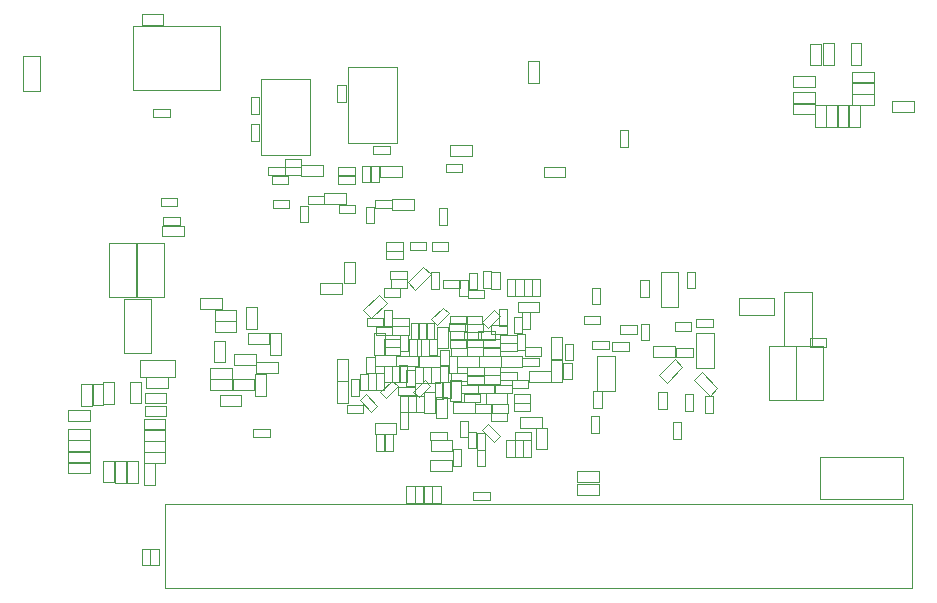
<source format=gbr>
%TF.GenerationSoftware,KiCad,Pcbnew,8.99.0-2767-g6be6680d8c*%
%TF.CreationDate,2024-10-27T19:28:18+01:00*%
%TF.ProjectId,SBC,5342432e-6b69-4636-9164-5f7063625858,rev?*%
%TF.SameCoordinates,Original*%
%TF.FileFunction,Other,User*%
%FSLAX46Y46*%
G04 Gerber Fmt 4.6, Leading zero omitted, Abs format (unit mm)*
G04 Created by KiCad (PCBNEW 8.99.0-2767-g6be6680d8c) date 2024-10-27 19:28:18*
%MOMM*%
%LPD*%
G01*
G04 APERTURE LIST*
%ADD10C,0.050000*%
G04 APERTURE END LIST*
D10*
%TO.C,C166*%
X93205481Y-113439200D02*
X93205481Y-115259200D01*
X93205481Y-115259200D02*
X94125481Y-115259200D01*
X94125481Y-113439200D02*
X93205481Y-113439200D01*
X94125481Y-115259200D02*
X94125481Y-113439200D01*
%TO.C,C138*%
X70915481Y-97045014D02*
X70915481Y-97745014D01*
X70915481Y-97745014D02*
X72315481Y-97745014D01*
X72315481Y-97045014D02*
X70915481Y-97045014D01*
X72315481Y-97745014D02*
X72315481Y-97045014D01*
%TO.C,C216*%
X96893495Y-112083020D02*
X96893495Y-112783020D01*
X96893495Y-112783020D02*
X98293495Y-112783020D01*
X98293495Y-112083020D02*
X96893495Y-112083020D01*
X98293495Y-112783020D02*
X98293495Y-112083020D01*
%TO.C,C296*%
X85959081Y-95145214D02*
X85959081Y-95845214D01*
X85959081Y-95845214D02*
X87359081Y-95845214D01*
X87359081Y-95145214D02*
X85959081Y-95145214D01*
X87359081Y-95845214D02*
X87359081Y-95145214D01*
%TO.C,R37*%
X85850000Y-110660400D02*
X85850000Y-112520400D01*
X85850000Y-112520400D02*
X86790000Y-112520400D01*
X86790000Y-110660400D02*
X85850000Y-110660400D01*
X86790000Y-112520400D02*
X86790000Y-110660400D01*
%TO.C,C5*%
X124483462Y-88097528D02*
X124483462Y-89017528D01*
X124483462Y-89017528D02*
X126303462Y-89017528D01*
X126303462Y-88097528D02*
X124483462Y-88097528D01*
X126303462Y-89017528D02*
X126303462Y-88097528D01*
%TO.C,C181*%
X109815481Y-91295014D02*
X109815481Y-92695014D01*
X109815481Y-92695014D02*
X110515481Y-92695014D01*
X110515481Y-91295014D02*
X109815481Y-91295014D01*
X110515481Y-92695014D02*
X110515481Y-91295014D01*
%TO.C,R63*%
X106190000Y-121260400D02*
X106190000Y-122200400D01*
X106190000Y-122200400D02*
X108050000Y-122200400D01*
X108050000Y-121260400D02*
X106190000Y-121260400D01*
X108050000Y-122200400D02*
X108050000Y-121260400D01*
%TO.C,C161*%
X97821881Y-108345014D02*
X97821881Y-109045014D01*
X97821881Y-109045014D02*
X99221881Y-109045014D01*
X99221881Y-108345014D02*
X97821881Y-108345014D01*
X99221881Y-109045014D02*
X99221881Y-108345014D01*
%TO.C,C241*%
X100965481Y-103923790D02*
X100965481Y-105323790D01*
X100965481Y-105323790D02*
X101665481Y-105323790D01*
X101665481Y-103923790D02*
X100965481Y-103923790D01*
X101665481Y-105323790D02*
X101665481Y-103923790D01*
%TO.C,R74*%
X78873881Y-111938814D02*
X78873881Y-113798814D01*
X78873881Y-113798814D02*
X79813881Y-113798814D01*
X79813881Y-111938814D02*
X78873881Y-111938814D01*
X79813881Y-113798814D02*
X79813881Y-111938814D01*
%TO.C,C284*%
X77015000Y-112365000D02*
X77015000Y-113285000D01*
X77015000Y-113285000D02*
X78835000Y-113285000D01*
X78835000Y-112365000D02*
X77015000Y-112365000D01*
X78835000Y-113285000D02*
X78835000Y-112365000D01*
%TO.C,C185*%
X98862281Y-115211214D02*
X98862281Y-115911214D01*
X98862281Y-115911214D02*
X100262281Y-115911214D01*
X100262281Y-115211214D02*
X98862281Y-115211214D01*
X100262281Y-115911214D02*
X100262281Y-115211214D01*
%TO.C,C10*%
X129183462Y-89197528D02*
X129183462Y-91017528D01*
X129183462Y-91017528D02*
X130103462Y-91017528D01*
X130103462Y-89197528D02*
X129183462Y-89197528D01*
X130103462Y-91017528D02*
X130103462Y-89197528D01*
%TO.C,C246*%
X91718000Y-111599200D02*
X91718000Y-112999200D01*
X91718000Y-112999200D02*
X92418000Y-112999200D01*
X92418000Y-111599200D02*
X91718000Y-111599200D01*
X92418000Y-112999200D02*
X92418000Y-111599200D01*
%TO.C,C198*%
X99571405Y-106474585D02*
X99571405Y-107874585D01*
X99571405Y-107874585D02*
X100271405Y-107874585D01*
X100271405Y-106474585D02*
X99571405Y-106474585D01*
X100271405Y-107874585D02*
X100271405Y-106474585D01*
%TO.C,J1*%
X71265481Y-122995014D02*
X71265481Y-130095014D01*
X71265481Y-130095014D02*
X134565481Y-130095014D01*
X134565481Y-122995014D02*
X71265481Y-122995014D01*
X134565481Y-130095014D02*
X134565481Y-122995014D01*
%TO.C,C208*%
X100817910Y-107118475D02*
X100817910Y-108518475D01*
X100817910Y-108518475D02*
X101517910Y-108518475D01*
X101517910Y-107118475D02*
X100817910Y-107118475D01*
X101517910Y-108518475D02*
X101517910Y-107118475D01*
%TO.C,C193*%
X89510019Y-113490501D02*
X90004994Y-113985476D01*
X90004994Y-113985476D02*
X90994943Y-112995527D01*
X90499968Y-112500552D02*
X89510019Y-113490501D01*
X90994943Y-112995527D02*
X90499968Y-112500552D01*
%TO.C,C222*%
X95459681Y-107026614D02*
X95459681Y-107726614D01*
X95459681Y-107726614D02*
X96859681Y-107726614D01*
X96859681Y-107026614D02*
X95459681Y-107026614D01*
X96859681Y-107726614D02*
X96859681Y-107026614D01*
%TO.C,R38*%
X86450000Y-102425400D02*
X86450000Y-104285400D01*
X86450000Y-104285400D02*
X87390000Y-104285400D01*
X87390000Y-102425400D02*
X86450000Y-102425400D01*
X87390000Y-104285400D02*
X87390000Y-102425400D01*
%TO.C,C331*%
X69510000Y-115720400D02*
X69510000Y-116640400D01*
X69510000Y-116640400D02*
X71330000Y-116640400D01*
X71330000Y-115720400D02*
X69510000Y-115720400D01*
X71330000Y-116640400D02*
X71330000Y-115720400D01*
%TO.C,C215*%
X92515481Y-113795014D02*
X92515481Y-115195014D01*
X92515481Y-115195014D02*
X93215481Y-115195014D01*
X93215481Y-113795014D02*
X92515481Y-113795014D01*
X93215481Y-115195014D02*
X93215481Y-113795014D01*
%TO.C,C211*%
X95475921Y-109763683D02*
X95475921Y-110463683D01*
X95475921Y-110463683D02*
X96875921Y-110463683D01*
X96875921Y-109763683D02*
X95475921Y-109763683D01*
X96875921Y-110463683D02*
X96875921Y-109763683D01*
%TO.C,C118*%
X90515481Y-107195014D02*
X90515481Y-107895014D01*
X90515481Y-107895014D02*
X91915481Y-107895014D01*
X91915481Y-107195014D02*
X90515481Y-107195014D01*
X91915481Y-107895014D02*
X91915481Y-107195014D01*
%TO.C,C125*%
X97665481Y-118345014D02*
X97665481Y-119745014D01*
X97665481Y-119745014D02*
X98365481Y-119745014D01*
X98365481Y-118345014D02*
X97665481Y-118345014D01*
X98365481Y-119745014D02*
X98365481Y-118345014D01*
%TO.C,C227*%
X91995481Y-100785014D02*
X91995481Y-101485014D01*
X91995481Y-101485014D02*
X93395481Y-101485014D01*
X93395481Y-100785014D02*
X91995481Y-100785014D01*
X93395481Y-101485014D02*
X93395481Y-100785014D01*
%TO.C,C276*%
X71150881Y-98650414D02*
X71150881Y-99350414D01*
X71150881Y-99350414D02*
X72550881Y-99350414D01*
X72550881Y-98650414D02*
X71150881Y-98650414D01*
X72550881Y-99350414D02*
X72550881Y-98650414D01*
%TO.C,C186*%
X99675430Y-108632430D02*
X99675430Y-109332430D01*
X99675430Y-109332430D02*
X101075430Y-109332430D01*
X101075430Y-108632430D02*
X99675430Y-108632430D01*
X101075430Y-109332430D02*
X101075430Y-108632430D01*
%TO.C,R97*%
X68077981Y-119275414D02*
X68077981Y-121135414D01*
X68077981Y-121135414D02*
X69017981Y-121135414D01*
X69017981Y-119275414D02*
X68077981Y-119275414D01*
X69017981Y-121135414D02*
X69017981Y-119275414D01*
%TO.C,C255*%
X105130400Y-109386800D02*
X105130400Y-110786800D01*
X105130400Y-110786800D02*
X105830400Y-110786800D01*
X105830400Y-109386800D02*
X105130400Y-109386800D01*
X105830400Y-110786800D02*
X105830400Y-109386800D01*
%TO.C,R72*%
X132868462Y-88855028D02*
X132868462Y-89795028D01*
X132868462Y-89795028D02*
X134728462Y-89795028D01*
X134728462Y-88855028D02*
X132868462Y-88855028D01*
X134728462Y-89795028D02*
X134728462Y-88855028D01*
%TO.C,C213*%
X84455481Y-104235014D02*
X84455481Y-105155014D01*
X84455481Y-105155014D02*
X86275481Y-105155014D01*
X86275481Y-104235014D02*
X84455481Y-104235014D01*
X86275481Y-105155014D02*
X86275481Y-104235014D01*
%TO.C,C12*%
X129333462Y-83960028D02*
X129333462Y-85780028D01*
X129333462Y-85780028D02*
X130253462Y-85780028D01*
X130253462Y-83960028D02*
X129333462Y-83960028D01*
X130253462Y-85780028D02*
X130253462Y-83960028D01*
%TO.C,C113*%
X89795481Y-104695014D02*
X89795481Y-105395014D01*
X89795481Y-105395014D02*
X91195481Y-105395014D01*
X91195481Y-104695014D02*
X89795481Y-104695014D01*
X91195481Y-105395014D02*
X91195481Y-104695014D01*
%TO.C,C29*%
X119885481Y-105515014D02*
X119885481Y-106975014D01*
X119885481Y-106975014D02*
X122845481Y-106975014D01*
X122845481Y-105515014D02*
X119885481Y-105515014D01*
X122845481Y-106975014D02*
X122845481Y-105515014D01*
%TO.C,C183*%
X94165481Y-112645014D02*
X94165481Y-114045014D01*
X94165481Y-114045014D02*
X94865481Y-114045014D01*
X94865481Y-112645014D02*
X94165481Y-112645014D01*
X94865481Y-114045014D02*
X94865481Y-112645014D01*
%TO.C,C89*%
X90023081Y-101546014D02*
X90023081Y-102246014D01*
X90023081Y-102246014D02*
X91423081Y-102246014D01*
X91423081Y-101546014D02*
X90023081Y-101546014D01*
X91423081Y-102246014D02*
X91423081Y-101546014D01*
%TO.C,C209*%
X100905425Y-116862665D02*
X100905425Y-117562665D01*
X100905425Y-117562665D02*
X102305425Y-117562665D01*
X102305425Y-116862665D02*
X100905425Y-116862665D01*
X102305425Y-117562665D02*
X102305425Y-116862665D01*
%TO.C,C334*%
X63085000Y-114995400D02*
X63085000Y-115915400D01*
X63085000Y-115915400D02*
X64905000Y-115915400D01*
X64905000Y-114995400D02*
X63085000Y-114995400D01*
X64905000Y-115915400D02*
X64905000Y-114995400D01*
%TO.C,C178*%
X100806365Y-113676235D02*
X100806365Y-114376235D01*
X100806365Y-114376235D02*
X102206365Y-114376235D01*
X102206365Y-113676235D02*
X100806365Y-113676235D01*
X102206365Y-114376235D02*
X102206365Y-113676235D01*
%TO.C,C256*%
X107907513Y-110446881D02*
X107907513Y-113406881D01*
X107907513Y-113406881D02*
X109367513Y-113406881D01*
X109367513Y-110446881D02*
X107907513Y-110446881D01*
X109367513Y-113406881D02*
X109367513Y-110446881D01*
%TO.C,C123*%
X89115481Y-107945014D02*
X89115481Y-108645014D01*
X89115481Y-108645014D02*
X90515481Y-108645014D01*
X90515481Y-107945014D02*
X89115481Y-107945014D01*
X90515481Y-108645014D02*
X90515481Y-107945014D01*
%TO.C,C250*%
X100265481Y-103923790D02*
X100265481Y-105323790D01*
X100265481Y-105323790D02*
X100965481Y-105323790D01*
X100965481Y-103923790D02*
X100265481Y-103923790D01*
X100965481Y-105323790D02*
X100965481Y-103923790D01*
%TO.C,C202*%
X93841800Y-111342632D02*
X93841800Y-112742632D01*
X93841800Y-112742632D02*
X94541800Y-112742632D01*
X94541800Y-111342632D02*
X93841800Y-111342632D01*
X94541800Y-112742632D02*
X94541800Y-111342632D01*
%TO.C,C267*%
X111533000Y-104004200D02*
X111533000Y-105404200D01*
X111533000Y-105404200D02*
X112233000Y-105404200D01*
X112233000Y-104004200D02*
X111533000Y-104004200D01*
X112233000Y-105404200D02*
X112233000Y-104004200D01*
%TO.C,C90*%
X90023081Y-100809414D02*
X90023081Y-101509414D01*
X90023081Y-101509414D02*
X91423081Y-101509414D01*
X91423081Y-100809414D02*
X90023081Y-100809414D01*
X91423081Y-101509414D02*
X91423081Y-100809414D01*
%TO.C,C265*%
X114270000Y-116030400D02*
X114270000Y-117430400D01*
X114270000Y-117430400D02*
X114970000Y-117430400D01*
X114970000Y-116030400D02*
X114270000Y-116030400D01*
X114970000Y-117430400D02*
X114970000Y-116030400D01*
%TO.C,C234*%
X94553000Y-111225014D02*
X94553000Y-112625014D01*
X94553000Y-112625014D02*
X95253000Y-112625014D01*
X95253000Y-111225014D02*
X94553000Y-111225014D01*
X95253000Y-112625014D02*
X95253000Y-111225014D01*
%TO.C,C190*%
X95665481Y-118320014D02*
X95665481Y-119720014D01*
X95665481Y-119720014D02*
X96365481Y-119720014D01*
X96365481Y-118320014D02*
X95665481Y-118320014D01*
X96365481Y-119720014D02*
X96365481Y-118320014D01*
%TO.C,C162*%
X90515481Y-111245014D02*
X90515481Y-112645014D01*
X90515481Y-112645014D02*
X91215481Y-112645014D01*
X91215481Y-111245014D02*
X90515481Y-111245014D01*
X91215481Y-112645014D02*
X91215481Y-111245014D01*
%TO.C,R70*%
X103994400Y-110731600D02*
X103994400Y-112591600D01*
X103994400Y-112591600D02*
X104934400Y-112591600D01*
X104934400Y-110731600D02*
X103994400Y-110731600D01*
X104934400Y-112591600D02*
X104934400Y-110731600D01*
%TO.C,R75*%
X77169281Y-110265214D02*
X77169281Y-111205214D01*
X77169281Y-111205214D02*
X79029281Y-111205214D01*
X79029281Y-110265214D02*
X77169281Y-110265214D01*
X79029281Y-111205214D02*
X79029281Y-110265214D01*
%TO.C,C220*%
X95469301Y-111843369D02*
X95469301Y-112543369D01*
X95469301Y-112543369D02*
X96869301Y-112543369D01*
X96869301Y-111843369D02*
X95469301Y-111843369D01*
X96869301Y-112543369D02*
X96869301Y-111843369D01*
%TO.C,C72*%
X97377481Y-121918014D02*
X97377481Y-122618014D01*
X97377481Y-122618014D02*
X98777481Y-122618014D01*
X98777481Y-121918014D02*
X97377481Y-121918014D01*
X98777481Y-122618014D02*
X98777481Y-121918014D01*
%TO.C,C203*%
X94352400Y-107937600D02*
X94352400Y-109757600D01*
X94352400Y-109757600D02*
X95272400Y-109757600D01*
X95272400Y-107937600D02*
X94352400Y-107937600D01*
X95272400Y-109757600D02*
X95272400Y-107937600D01*
%TO.C,C159*%
X101157705Y-105814790D02*
X101157705Y-106734790D01*
X101157705Y-106734790D02*
X102977705Y-106734790D01*
X102977705Y-105814790D02*
X101157705Y-105814790D01*
X102977705Y-106734790D02*
X102977705Y-105814790D01*
%TO.C,R100*%
X70053081Y-126723014D02*
X70053081Y-128123014D01*
X70053081Y-128123014D02*
X70753081Y-128123014D01*
X70753081Y-126723014D02*
X70053081Y-126723014D01*
X70753081Y-128123014D02*
X70753081Y-126723014D01*
%TO.C,C197*%
X98935481Y-114515014D02*
X98935481Y-115215014D01*
X98935481Y-115215014D02*
X100335481Y-115215014D01*
X100335481Y-114515014D02*
X98935481Y-114515014D01*
X100335481Y-115215014D02*
X100335481Y-114515014D01*
%TO.C,C117*%
X87765481Y-111920014D02*
X87765481Y-113320014D01*
X87765481Y-113320014D02*
X88465481Y-113320014D01*
X88465481Y-111920014D02*
X87765481Y-111920014D01*
X88465481Y-113320014D02*
X88465481Y-111920014D01*
%TO.C,C235*%
X89800000Y-108950000D02*
X89800000Y-109650000D01*
X89800000Y-109650000D02*
X91200000Y-109650000D01*
X91200000Y-108950000D02*
X89800000Y-108950000D01*
X91200000Y-109650000D02*
X91200000Y-108950000D01*
%TO.C,C135*%
X95320481Y-107620014D02*
X95320481Y-108320014D01*
X95320481Y-108320014D02*
X96720481Y-108320014D01*
X96720481Y-107620014D02*
X95320481Y-107620014D01*
X96720481Y-108320014D02*
X96720481Y-107620014D01*
%TO.C,C281*%
X78290000Y-108470400D02*
X78290000Y-109390400D01*
X78290000Y-109390400D02*
X80110000Y-109390400D01*
X80110000Y-108470400D02*
X78290000Y-108470400D01*
X80110000Y-109390400D02*
X80110000Y-108470400D01*
%TO.C,C189*%
X101665481Y-103932045D02*
X101665481Y-105332045D01*
X101665481Y-105332045D02*
X102365481Y-105332045D01*
X102365481Y-103932045D02*
X101665481Y-103932045D01*
X102365481Y-105332045D02*
X102365481Y-103932045D01*
%TO.C,C206*%
X98874695Y-107839414D02*
X98874695Y-108539414D01*
X98874695Y-108539414D02*
X100274695Y-108539414D01*
X100274695Y-107839414D02*
X98874695Y-107839414D01*
X100274695Y-108539414D02*
X100274695Y-107839414D01*
%TO.C,C175*%
X96843965Y-109697325D02*
X96843965Y-110397325D01*
X96843965Y-110397325D02*
X98243965Y-110397325D01*
X98243965Y-109697325D02*
X96843965Y-109697325D01*
X98243965Y-110397325D02*
X98243965Y-109697325D01*
%TO.C,R71*%
X103994400Y-108852000D02*
X103994400Y-110712000D01*
X103994400Y-110712000D02*
X104934400Y-110712000D01*
X104934400Y-108852000D02*
X103994400Y-108852000D01*
X104934400Y-110712000D02*
X104934400Y-108852000D01*
%TO.C,C285*%
X75460000Y-109120400D02*
X75460000Y-110940400D01*
X75460000Y-110940400D02*
X76380000Y-110940400D01*
X76380000Y-109120400D02*
X75460000Y-109120400D01*
X76380000Y-110940400D02*
X76380000Y-109120400D01*
%TO.C,R99*%
X69341881Y-126723014D02*
X69341881Y-128123014D01*
X69341881Y-128123014D02*
X70041881Y-128123014D01*
X70041881Y-126723014D02*
X69341881Y-126723014D01*
X70041881Y-128123014D02*
X70041881Y-126723014D01*
%TO.C,C128*%
X93765481Y-116845014D02*
X93765481Y-117545014D01*
X93765481Y-117545014D02*
X95165481Y-117545014D01*
X95165481Y-116845014D02*
X93765481Y-116845014D01*
X95165481Y-117545014D02*
X95165481Y-116845014D01*
%TO.C,C299*%
X88696681Y-94302414D02*
X88696681Y-95702414D01*
X88696681Y-95702414D02*
X89396681Y-95702414D01*
X89396681Y-94302414D02*
X88696681Y-94302414D01*
X89396681Y-95702414D02*
X89396681Y-94302414D01*
%TO.C,C237*%
X91018000Y-113024200D02*
X91018000Y-113724200D01*
X91018000Y-113724200D02*
X92418000Y-113724200D01*
X92418000Y-113024200D02*
X91018000Y-113024200D01*
X92418000Y-113724200D02*
X92418000Y-113024200D01*
%TO.C,C177*%
X100900460Y-117577560D02*
X100900460Y-118977560D01*
X100900460Y-118977560D02*
X101600460Y-118977560D01*
X101600460Y-117577560D02*
X100900460Y-117577560D01*
X101600460Y-118977560D02*
X101600460Y-117577560D01*
%TO.C,C248*%
X99675430Y-109334105D02*
X99675430Y-110034105D01*
X99675430Y-110034105D02*
X101075430Y-110034105D01*
X101075430Y-109334105D02*
X99675430Y-109334105D01*
X101075430Y-110034105D02*
X101075430Y-109334105D01*
%TO.C,C7*%
X126333462Y-89197528D02*
X126333462Y-91017528D01*
X126333462Y-91017528D02*
X127253462Y-91017528D01*
X127253462Y-89197528D02*
X126333462Y-89197528D01*
X127253462Y-91017528D02*
X127253462Y-89197528D01*
%TO.C,Y4*%
X79377481Y-87012014D02*
X83577481Y-87012014D01*
X79377481Y-93412014D02*
X79377481Y-87012014D01*
X83577481Y-87012014D02*
X83577481Y-93412014D01*
X83577481Y-93412014D02*
X79377481Y-93412014D01*
%TO.C,C304*%
X80421881Y-97177214D02*
X80421881Y-97877214D01*
X80421881Y-97877214D02*
X81821881Y-97877214D01*
X81821881Y-97177214D02*
X80421881Y-97177214D01*
X81821881Y-97877214D02*
X81821881Y-97177214D01*
%TO.C,C134*%
X95405481Y-112435014D02*
X95405481Y-114255014D01*
X95405481Y-114255014D02*
X96325481Y-114255014D01*
X96325481Y-112435014D02*
X95405481Y-112435014D01*
X96325481Y-114255014D02*
X96325481Y-112435014D01*
%TO.C,C233*%
X92419400Y-111344400D02*
X92419400Y-112744400D01*
X92419400Y-112744400D02*
X93119400Y-112744400D01*
X93119400Y-111344400D02*
X92419400Y-111344400D01*
X93119400Y-112744400D02*
X93119400Y-111344400D01*
%TO.C,C6*%
X124483462Y-89047528D02*
X124483462Y-89967528D01*
X124483462Y-89967528D02*
X126303462Y-89967528D01*
X126303462Y-89047528D02*
X124483462Y-89047528D01*
X126303462Y-89967528D02*
X126303462Y-89047528D01*
%TO.C,C151*%
X89815481Y-111245014D02*
X89815481Y-112645014D01*
X89815481Y-112645014D02*
X90515481Y-112645014D01*
X90515481Y-111245014D02*
X89815481Y-111245014D01*
X90515481Y-112645014D02*
X90515481Y-111245014D01*
%TO.C,Y3*%
X86743481Y-85996014D02*
X90943481Y-85996014D01*
X86743481Y-92396014D02*
X86743481Y-85996014D01*
X90943481Y-85996014D02*
X90943481Y-92396014D01*
X90943481Y-92396014D02*
X86743481Y-92396014D01*
%TO.C,C275*%
X71067481Y-99378614D02*
X71067481Y-100298614D01*
X71067481Y-100298614D02*
X72887481Y-100298614D01*
X72887481Y-99378614D02*
X71067481Y-99378614D01*
X72887481Y-100298614D02*
X72887481Y-99378614D01*
%TO.C,C201*%
X94465481Y-97895014D02*
X94465481Y-99295014D01*
X94465481Y-99295014D02*
X95165481Y-99295014D01*
X95165481Y-97895014D02*
X94465481Y-97895014D01*
X95165481Y-99295014D02*
X95165481Y-97895014D01*
%TO.C,U18*%
X68552481Y-82473014D02*
X75952481Y-82473014D01*
X68552481Y-87873014D02*
X68552481Y-82473014D01*
X75952481Y-82473014D02*
X75952481Y-87873014D01*
X75952481Y-87873014D02*
X68552481Y-87873014D01*
%TO.C,C306*%
X82702281Y-97706014D02*
X82702281Y-99106014D01*
X82702281Y-99106014D02*
X83402281Y-99106014D01*
X83402281Y-97706014D02*
X82702281Y-97706014D01*
X83402281Y-99106014D02*
X83402281Y-97706014D01*
%TO.C,C214*%
X91185800Y-108624800D02*
X91185800Y-110024800D01*
X91185800Y-110024800D02*
X91885800Y-110024800D01*
X91885800Y-108624800D02*
X91185800Y-108624800D01*
X91885800Y-110024800D02*
X91885800Y-108624800D01*
%TO.C,C283*%
X79020000Y-110965000D02*
X79020000Y-111885000D01*
X79020000Y-111885000D02*
X80840000Y-111885000D01*
X80840000Y-110965000D02*
X79020000Y-110965000D01*
X80840000Y-111885000D02*
X80840000Y-110965000D01*
%TO.C,C2*%
X127033462Y-83960028D02*
X127033462Y-85780028D01*
X127033462Y-85780028D02*
X127953462Y-85780028D01*
X127953462Y-83960028D02*
X127033462Y-83960028D01*
X127953462Y-85780028D02*
X127953462Y-83960028D01*
%TO.C,C324*%
X69560000Y-113520400D02*
X69560000Y-114440400D01*
X69560000Y-114440400D02*
X71380000Y-114440400D01*
X71380000Y-113520400D02*
X69560000Y-113520400D01*
X71380000Y-114440400D02*
X71380000Y-113520400D01*
%TO.C,C42*%
X124743462Y-109570028D02*
X124743462Y-114170028D01*
X124743462Y-114170028D02*
X127043462Y-114170028D01*
X127043462Y-109570028D02*
X124743462Y-109570028D01*
X127043462Y-114170028D02*
X127043462Y-109570028D01*
%TO.C,C187*%
X96754000Y-107019000D02*
X96754000Y-107719000D01*
X96754000Y-107719000D02*
X98154000Y-107719000D01*
X98154000Y-107019000D02*
X96754000Y-107019000D01*
X98154000Y-107719000D02*
X98154000Y-107019000D01*
%TO.C,C303*%
X83368281Y-96872414D02*
X83368281Y-97572414D01*
X83368281Y-97572414D02*
X84768281Y-97572414D01*
X84768281Y-96872414D02*
X83368281Y-96872414D01*
X84768281Y-97572414D02*
X84768281Y-96872414D01*
%TO.C,C140*%
X91165481Y-115195014D02*
X91165481Y-116595014D01*
X91165481Y-116595014D02*
X91865481Y-116595014D01*
X91865481Y-115195014D02*
X91165481Y-115195014D01*
X91865481Y-116595014D02*
X91865481Y-115195014D01*
%TO.C,C321*%
X69710000Y-112232900D02*
X69710000Y-113152900D01*
X69710000Y-113152900D02*
X71530000Y-113152900D01*
X71530000Y-112232900D02*
X69710000Y-112232900D01*
X71530000Y-113152900D02*
X71530000Y-112232900D01*
%TO.C,C115*%
X87020281Y-112397414D02*
X87020281Y-113797414D01*
X87020281Y-113797414D02*
X87720281Y-113797414D01*
X87720281Y-112397414D02*
X87020281Y-112397414D01*
X87720281Y-113797414D02*
X87720281Y-112397414D01*
%TO.C,C13*%
X129483462Y-88247528D02*
X129483462Y-89167528D01*
X129483462Y-89167528D02*
X131303462Y-89167528D01*
X131303462Y-88247528D02*
X129483462Y-88247528D01*
X131303462Y-89167528D02*
X131303462Y-88247528D01*
%TO.C,C300*%
X88290281Y-97792414D02*
X88290281Y-99192414D01*
X88290281Y-99192414D02*
X88990281Y-99192414D01*
X88990281Y-97792414D02*
X88290281Y-97792414D01*
X88990281Y-99192414D02*
X88990281Y-97792414D01*
%TO.C,C308*%
X81437881Y-93722814D02*
X81437881Y-94422814D01*
X81437881Y-94422814D02*
X82837881Y-94422814D01*
X82837881Y-93722814D02*
X81437881Y-93722814D01*
X82837881Y-94422814D02*
X82837881Y-93722814D01*
%TO.C,C263*%
X107320000Y-115505400D02*
X107320000Y-116905400D01*
X107320000Y-116905400D02*
X108020000Y-116905400D01*
X108020000Y-115505400D02*
X107320000Y-115505400D01*
X108020000Y-116905400D02*
X108020000Y-115505400D01*
%TO.C,C305*%
X85959081Y-94434014D02*
X85959081Y-95134014D01*
X85959081Y-95134014D02*
X87359081Y-95134014D01*
X87359081Y-94434014D02*
X85959081Y-94434014D01*
X87359081Y-95134014D02*
X87359081Y-94434014D01*
%TO.C,C94*%
X93929081Y-121439814D02*
X93929081Y-122839814D01*
X93929081Y-122839814D02*
X94629081Y-122839814D01*
X94629081Y-121439814D02*
X93929081Y-121439814D01*
X94629081Y-122839814D02*
X94629081Y-121439814D01*
%TO.C,C298*%
X80015481Y-94434014D02*
X80015481Y-95134014D01*
X80015481Y-95134014D02*
X81415481Y-95134014D01*
X81415481Y-94434014D02*
X80015481Y-94434014D01*
X81415481Y-95134014D02*
X81415481Y-94434014D01*
%TO.C,FB6*%
X82833481Y-94263214D02*
X82833481Y-95203214D01*
X82833481Y-95203214D02*
X84693481Y-95203214D01*
X84693481Y-94263214D02*
X82833481Y-94263214D01*
X84693481Y-95203214D02*
X84693481Y-94263214D01*
%TO.C,C330*%
X63085000Y-118520400D02*
X63085000Y-119440400D01*
X63085000Y-119440400D02*
X64905000Y-119440400D01*
X64905000Y-118520400D02*
X63085000Y-118520400D01*
X64905000Y-119440400D02*
X64905000Y-118520400D01*
%TO.C,C191*%
X90883683Y-110387139D02*
X90883683Y-111307139D01*
X90883683Y-111307139D02*
X92703683Y-111307139D01*
X92703683Y-110387139D02*
X90883683Y-110387139D01*
X92703683Y-111307139D02*
X92703683Y-110387139D01*
%TO.C,C116*%
X89165481Y-111895014D02*
X89165481Y-113295014D01*
X89165481Y-113295014D02*
X89865481Y-113295014D01*
X89865481Y-111895014D02*
X89165481Y-111895014D01*
X89865481Y-113295014D02*
X89865481Y-111895014D01*
%TO.C,C196*%
X92273019Y-113442501D02*
X92767994Y-113937476D01*
X92767994Y-113937476D02*
X93757943Y-112947527D01*
X93262968Y-112452552D02*
X92273019Y-113442501D01*
X93757943Y-112947527D02*
X93262968Y-112452552D01*
%TO.C,C171*%
X91837145Y-104144612D02*
X92487683Y-104795150D01*
X92487683Y-104795150D02*
X93774617Y-103508216D01*
X93124079Y-102857678D02*
X91837145Y-104144612D01*
X93774617Y-103508216D02*
X93124079Y-102857678D01*
%TO.C,C336*%
X69560000Y-114620400D02*
X69560000Y-115540400D01*
X69560000Y-115540400D02*
X71380000Y-115540400D01*
X71380000Y-114620400D02*
X69560000Y-114620400D01*
X71380000Y-115540400D02*
X71380000Y-114620400D01*
%TO.C,C139*%
X93823019Y-107317501D02*
X94317994Y-107812476D01*
X94317994Y-107812476D02*
X95307943Y-106822527D01*
X94812968Y-106327552D02*
X93823019Y-107317501D01*
X95307943Y-106822527D02*
X94812968Y-106327552D01*
%TO.C,C180*%
X95334181Y-110460157D02*
X95334181Y-111860157D01*
X95334181Y-111860157D02*
X96034181Y-111860157D01*
X96034181Y-110460157D02*
X95334181Y-110460157D01*
X96034181Y-111860157D02*
X96034181Y-110460157D01*
%TO.C,C253*%
X113065481Y-113495014D02*
X113065481Y-114895014D01*
X113065481Y-114895014D02*
X113765481Y-114895014D01*
X113765481Y-113495014D02*
X113065481Y-113495014D01*
X113765481Y-114895014D02*
X113765481Y-113495014D01*
%TO.C,C172*%
X94765481Y-112595014D02*
X94765481Y-113995014D01*
X94765481Y-113995014D02*
X95465481Y-113995014D01*
X95465481Y-112595014D02*
X94765481Y-112595014D01*
X95465481Y-113995014D02*
X95465481Y-112595014D01*
%TO.C,C217*%
X98272080Y-111348325D02*
X98272080Y-112048325D01*
X98272080Y-112048325D02*
X99672080Y-112048325D01*
X99672080Y-111348325D02*
X98272080Y-111348325D01*
X99672080Y-112048325D02*
X99672080Y-111348325D01*
%TO.C,D1*%
X126746481Y-119012414D02*
X126746481Y-122512414D01*
X126746481Y-122512414D02*
X133746481Y-122512414D01*
X133746481Y-119012414D02*
X126746481Y-119012414D01*
X133746481Y-122512414D02*
X133746481Y-119012414D01*
%TO.C,C155*%
X102055481Y-85485014D02*
X102055481Y-87305014D01*
X102055481Y-87305014D02*
X102975481Y-87305014D01*
X102975481Y-85485014D02*
X102055481Y-85485014D01*
X102975481Y-87305014D02*
X102975481Y-85485014D01*
%TO.C,C254*%
X105028800Y-111012400D02*
X105028800Y-112412400D01*
X105028800Y-112412400D02*
X105728800Y-112412400D01*
X105728800Y-111012400D02*
X105028800Y-111012400D01*
X105728800Y-112412400D02*
X105728800Y-111012400D01*
%TO.C,C333*%
X66060000Y-119275414D02*
X66060000Y-121095414D01*
X66060000Y-121095414D02*
X66980000Y-121095414D01*
X66980000Y-119275414D02*
X66060000Y-119275414D01*
X66980000Y-121095414D02*
X66980000Y-119275414D01*
%TO.C,C329*%
X65160000Y-112782900D02*
X65160000Y-114602900D01*
X65160000Y-114602900D02*
X66080000Y-114602900D01*
X66080000Y-112782900D02*
X65160000Y-112782900D01*
X66080000Y-114602900D02*
X66080000Y-112782900D01*
%TO.C,C68*%
X67779881Y-105565014D02*
X67779881Y-110165014D01*
X67779881Y-110165014D02*
X70079881Y-110165014D01*
X70079881Y-105565014D02*
X67779881Y-105565014D01*
X70079881Y-110165014D02*
X70079881Y-105565014D01*
%TO.C,FB2*%
X96628081Y-108372814D02*
X96628081Y-109072814D01*
X96628081Y-109072814D02*
X98028081Y-109072814D01*
X98028081Y-108372814D02*
X96628081Y-108372814D01*
X98028081Y-109072814D02*
X98028081Y-108372814D01*
%TO.C,C238*%
X98255570Y-109713835D02*
X98255570Y-110413835D01*
X98255570Y-110413835D02*
X99655570Y-110413835D01*
X99655570Y-109713835D02*
X98255570Y-109713835D01*
X99655570Y-110413835D02*
X99655570Y-109713835D01*
%TO.C,C93*%
X93217881Y-121439814D02*
X93217881Y-122839814D01*
X93217881Y-122839814D02*
X93917881Y-122839814D01*
X93917881Y-121439814D02*
X93217881Y-121439814D01*
X93917881Y-122839814D02*
X93917881Y-121439814D01*
%TO.C,C156*%
X97896980Y-110421080D02*
X97896980Y-111341080D01*
X97896980Y-111341080D02*
X99716980Y-111341080D01*
X99716980Y-110421080D02*
X97896980Y-110421080D01*
X99716980Y-111341080D02*
X99716980Y-110421080D01*
%TO.C,R57*%
X96215000Y-103951200D02*
X96215000Y-105351200D01*
X96215000Y-105351200D02*
X96915000Y-105351200D01*
X96915000Y-103951200D02*
X96215000Y-103951200D01*
X96915000Y-105351200D02*
X96915000Y-103951200D01*
%TO.C,C219*%
X102365481Y-103932045D02*
X102365481Y-105332045D01*
X102365481Y-105332045D02*
X103065481Y-105332045D01*
X103065481Y-103932045D02*
X102365481Y-103932045D01*
X103065481Y-105332045D02*
X103065481Y-103932045D01*
%TO.C,C280*%
X75140000Y-111415000D02*
X75140000Y-112335000D01*
X75140000Y-112335000D02*
X76960000Y-112335000D01*
X76960000Y-111415000D02*
X75140000Y-111415000D01*
X76960000Y-112335000D02*
X76960000Y-111415000D01*
%TO.C,C92*%
X92430481Y-121439814D02*
X92430481Y-122839814D01*
X92430481Y-122839814D02*
X93130481Y-122839814D01*
X93130481Y-121439814D02*
X92430481Y-121439814D01*
X93130481Y-122839814D02*
X93130481Y-121439814D01*
%TO.C,C15*%
X125908462Y-83990028D02*
X125908462Y-85810028D01*
X125908462Y-85810028D02*
X126828462Y-85810028D01*
X126828462Y-83990028D02*
X125908462Y-83990028D01*
X126828462Y-85810028D02*
X126828462Y-83990028D01*
%TO.C,C146*%
X89165481Y-117045014D02*
X89165481Y-118445014D01*
X89165481Y-118445014D02*
X89865481Y-118445014D01*
X89865481Y-117045014D02*
X89165481Y-117045014D01*
X89865481Y-118445014D02*
X89865481Y-117045014D01*
%TO.C,C221*%
X96365175Y-112858990D02*
X96365175Y-113558990D01*
X96365175Y-113558990D02*
X97765175Y-113558990D01*
X97765175Y-112858990D02*
X96365175Y-112858990D01*
X97765175Y-113558990D02*
X97765175Y-112858990D01*
%TO.C,C326*%
X69510000Y-119520400D02*
X69510000Y-121340400D01*
X69510000Y-121340400D02*
X70430000Y-121340400D01*
X70430000Y-119520400D02*
X69510000Y-119520400D01*
X70430000Y-121340400D02*
X70430000Y-119520400D01*
%TO.C,C153*%
X97027800Y-103367000D02*
X97027800Y-104767000D01*
X97027800Y-104767000D02*
X97727800Y-104767000D01*
X97727800Y-103367000D02*
X97027800Y-103367000D01*
X97727800Y-104767000D02*
X97727800Y-103367000D01*
%TO.C,C319*%
X64210000Y-112820400D02*
X64210000Y-114640400D01*
X64210000Y-114640400D02*
X65130000Y-114640400D01*
X65130000Y-112820400D02*
X64210000Y-112820400D01*
X65130000Y-114640400D02*
X65130000Y-112820400D01*
%TO.C,C231*%
X100814620Y-114373014D02*
X100814620Y-115073014D01*
X100814620Y-115073014D02*
X102214620Y-115073014D01*
X102214620Y-114373014D02*
X100814620Y-114373014D01*
X102214620Y-115073014D02*
X102214620Y-114373014D01*
%TO.C,C232*%
X88365481Y-107220014D02*
X88365481Y-107920014D01*
X88365481Y-107920014D02*
X89765481Y-107920014D01*
X89765481Y-107220014D02*
X88365481Y-107220014D01*
X89765481Y-107920014D02*
X89765481Y-107220014D01*
%TO.C,R35*%
X102088281Y-111666614D02*
X102088281Y-112606614D01*
X102088281Y-112606614D02*
X103948281Y-112606614D01*
X103948281Y-111666614D02*
X102088281Y-111666614D01*
X103948281Y-112606614D02*
X103948281Y-111666614D01*
%TO.C,C152*%
X94255481Y-113885014D02*
X94255481Y-115705014D01*
X94255481Y-115705014D02*
X95175481Y-115705014D01*
X95175481Y-113885014D02*
X94255481Y-113885014D01*
X95175481Y-115705014D02*
X95175481Y-113885014D01*
%TO.C,C264*%
X115323000Y-113674200D02*
X115323000Y-115074200D01*
X115323000Y-115074200D02*
X116023000Y-115074200D01*
X116023000Y-113674200D02*
X115323000Y-113674200D01*
X116023000Y-115074200D02*
X116023000Y-113674200D01*
%TO.C,C169*%
X99721335Y-110457414D02*
X99721335Y-111377414D01*
X99721335Y-111377414D02*
X101541335Y-111377414D01*
X101541335Y-110457414D02*
X99721335Y-110457414D01*
X101541335Y-111377414D02*
X101541335Y-110457414D01*
%TO.C,R39*%
X85850000Y-112510400D02*
X85850000Y-114370400D01*
X85850000Y-114370400D02*
X86790000Y-114370400D01*
X86790000Y-112510400D02*
X85850000Y-112510400D01*
X86790000Y-114370400D02*
X86790000Y-112510400D01*
%TO.C,C44*%
X123728462Y-104970028D02*
X123728462Y-109570028D01*
X123728462Y-109570028D02*
X126028462Y-109570028D01*
X126028462Y-104970028D02*
X123728462Y-104970028D01*
X126028462Y-109570028D02*
X126028462Y-104970028D01*
%TO.C,C88*%
X101529200Y-110600400D02*
X101529200Y-111300400D01*
X101529200Y-111300400D02*
X102929200Y-111300400D01*
X102929200Y-110600400D02*
X101529200Y-110600400D01*
X102929200Y-111300400D02*
X102929200Y-110600400D01*
%TO.C,C121*%
X88340481Y-110495014D02*
X88340481Y-111895014D01*
X88340481Y-111895014D02*
X89040481Y-111895014D01*
X89040481Y-110495014D02*
X88340481Y-110495014D01*
X89040481Y-111895014D02*
X89040481Y-110495014D01*
%TO.C,C225*%
X93649600Y-108980400D02*
X93649600Y-110380400D01*
X93649600Y-110380400D02*
X94349600Y-110380400D01*
X94349600Y-108980400D02*
X93649600Y-108980400D01*
X94349600Y-110380400D02*
X94349600Y-108980400D01*
%TO.C,C332*%
X69510000Y-117620400D02*
X69510000Y-118540400D01*
X69510000Y-118540400D02*
X71330000Y-118540400D01*
X71330000Y-117620400D02*
X69510000Y-117620400D01*
X71330000Y-118540400D02*
X71330000Y-117620400D01*
%TO.C,C91*%
X91719281Y-121439814D02*
X91719281Y-122839814D01*
X91719281Y-122839814D02*
X92419281Y-122839814D01*
X92419281Y-121439814D02*
X91719281Y-121439814D01*
X92419281Y-122839814D02*
X92419281Y-121439814D01*
%TO.C,C228*%
X98280335Y-112074765D02*
X98280335Y-112774765D01*
X98280335Y-112774765D02*
X99680335Y-112774765D01*
X99680335Y-112074765D02*
X98280335Y-112074765D01*
X99680335Y-112774765D02*
X99680335Y-112074765D01*
%TO.C,C286*%
X75940000Y-113765000D02*
X75940000Y-114685000D01*
X75940000Y-114685000D02*
X77760000Y-114685000D01*
X77760000Y-113765000D02*
X75940000Y-113765000D01*
X77760000Y-114685000D02*
X77760000Y-113765000D01*
%TO.C,C294*%
X86009881Y-97634414D02*
X86009881Y-98334414D01*
X86009881Y-98334414D02*
X87409881Y-98334414D01*
X87409881Y-97634414D02*
X86009881Y-97634414D01*
X87409881Y-98334414D02*
X87409881Y-97634414D01*
%TO.C,R64*%
X112612863Y-109594729D02*
X112612863Y-110534729D01*
X112612863Y-110534729D02*
X114472863Y-110534729D01*
X114472863Y-109594729D02*
X112612863Y-109594729D01*
X114472863Y-110534729D02*
X114472863Y-109594729D01*
%TO.C,C242*%
X95459681Y-108322014D02*
X95459681Y-109022014D01*
X95459681Y-109022014D02*
X96859681Y-109022014D01*
X96859681Y-108322014D02*
X95459681Y-108322014D01*
X96859681Y-109022014D02*
X96859681Y-108322014D01*
%TO.C,C204*%
X93391052Y-107620546D02*
X93391052Y-109020546D01*
X93391052Y-109020546D02*
X94091052Y-109020546D01*
X94091052Y-107620546D02*
X93391052Y-107620546D01*
X94091052Y-109020546D02*
X94091052Y-107620546D01*
%TO.C,R73*%
X74240000Y-105522900D02*
X74240000Y-106462900D01*
X74240000Y-106462900D02*
X76100000Y-106462900D01*
X76100000Y-105522900D02*
X74240000Y-105522900D01*
X76100000Y-106462900D02*
X76100000Y-105522900D01*
%TO.C,C131*%
X103355481Y-94385014D02*
X103355481Y-95305014D01*
X103355481Y-95305014D02*
X105175481Y-95305014D01*
X105175481Y-94385014D02*
X103355481Y-94385014D01*
X105175481Y-95305014D02*
X105175481Y-94385014D01*
%TO.C,C335*%
X69510000Y-116670400D02*
X69510000Y-117590400D01*
X69510000Y-117590400D02*
X71330000Y-117590400D01*
X71330000Y-116670400D02*
X69510000Y-116670400D01*
X71330000Y-117590400D02*
X71330000Y-116670400D01*
%TO.C,C179*%
X92759481Y-110404632D02*
X92759481Y-111324632D01*
X92759481Y-111324632D02*
X94579481Y-111324632D01*
X94579481Y-110404632D02*
X92759481Y-110404632D01*
X94579481Y-111324632D02*
X94579481Y-110404632D01*
%TO.C,C218*%
X101066400Y-108523200D02*
X101066400Y-109923200D01*
X101066400Y-109923200D02*
X101766400Y-109923200D01*
X101766400Y-108523200D02*
X101066400Y-108523200D01*
X101766400Y-109923200D02*
X101766400Y-108523200D01*
%TO.C,C240*%
X100657775Y-112471005D02*
X100657775Y-113171005D01*
X100657775Y-113171005D02*
X102057775Y-113171005D01*
X102057775Y-112471005D02*
X100657775Y-112471005D01*
X102057775Y-113171005D02*
X102057775Y-112471005D01*
%TO.C,C262*%
X107415481Y-104645014D02*
X107415481Y-106045014D01*
X107415481Y-106045014D02*
X108115481Y-106045014D01*
X108115481Y-104645014D02*
X107415481Y-104645014D01*
X108115481Y-106045014D02*
X108115481Y-104645014D01*
%TO.C,C269*%
X117020000Y-113830400D02*
X117020000Y-115230400D01*
X117020000Y-115230400D02*
X117720000Y-115230400D01*
X117720000Y-113830400D02*
X117020000Y-113830400D01*
X117720000Y-115230400D02*
X117720000Y-113830400D01*
%TO.C,C37*%
X122443462Y-109570028D02*
X122443462Y-114170028D01*
X122443462Y-114170028D02*
X124743462Y-114170028D01*
X124743462Y-109570028D02*
X122443462Y-109570028D01*
X124743462Y-114170028D02*
X124743462Y-109570028D01*
%TO.C,C260*%
X109163000Y-109264200D02*
X109163000Y-109964200D01*
X109163000Y-109964200D02*
X110563000Y-109964200D01*
X110563000Y-109264200D02*
X109163000Y-109264200D01*
X110563000Y-109964200D02*
X110563000Y-109264200D01*
%TO.C,R34*%
X116080051Y-112455131D02*
X117395269Y-113770349D01*
X116744731Y-111790451D02*
X116080051Y-112455131D01*
X117395269Y-113770349D02*
X118059949Y-113105669D01*
X118059949Y-113105669D02*
X116744731Y-111790451D01*
%TO.C,C126*%
X89815481Y-106520014D02*
X89815481Y-107920014D01*
X89815481Y-107920014D02*
X90515481Y-107920014D01*
X90515481Y-106520014D02*
X89815481Y-106520014D01*
X90515481Y-107920014D02*
X90515481Y-106520014D01*
%TO.C,C9*%
X128233462Y-89197528D02*
X128233462Y-91017528D01*
X128233462Y-91017528D02*
X129153462Y-91017528D01*
X129153462Y-89197528D02*
X128233462Y-89197528D01*
X129153462Y-91017528D02*
X129153462Y-89197528D01*
%TO.C,C257*%
X113259400Y-103298200D02*
X113259400Y-106258200D01*
X113259400Y-106258200D02*
X114719400Y-106258200D01*
X114719400Y-103298200D02*
X113259400Y-103298200D01*
X114719400Y-106258200D02*
X114719400Y-103298200D01*
%TO.C,C277*%
X75515000Y-107465000D02*
X75515000Y-108385000D01*
X75515000Y-108385000D02*
X77335000Y-108385000D01*
X77335000Y-107465000D02*
X75515000Y-107465000D01*
X77335000Y-108385000D02*
X77335000Y-107465000D01*
%TO.C,C295*%
X89093481Y-97228014D02*
X89093481Y-97928014D01*
X89093481Y-97928014D02*
X90493481Y-97928014D01*
X90493481Y-97228014D02*
X89093481Y-97228014D01*
X90493481Y-97928014D02*
X90493481Y-97228014D01*
%TO.C,C271*%
X116283000Y-107274200D02*
X116283000Y-107974200D01*
X116283000Y-107974200D02*
X117683000Y-107974200D01*
X117683000Y-107274200D02*
X116283000Y-107274200D01*
X117683000Y-107974200D02*
X117683000Y-107274200D01*
%TO.C,C244*%
X89810000Y-109652538D02*
X89810000Y-110352538D01*
X89810000Y-110352538D02*
X91210000Y-110352538D01*
X91210000Y-109652538D02*
X89810000Y-109652538D01*
X91210000Y-110352538D02*
X91210000Y-109652538D01*
%TO.C,C67*%
X68948281Y-100840614D02*
X68948281Y-105440614D01*
X68948281Y-105440614D02*
X71248281Y-105440614D01*
X71248281Y-100840614D02*
X68948281Y-100840614D01*
X71248281Y-105440614D02*
X71248281Y-100840614D01*
%TO.C,C158*%
X101359481Y-115563945D02*
X101359481Y-116483945D01*
X101359481Y-116483945D02*
X103179481Y-116483945D01*
X103179481Y-115563945D02*
X101359481Y-115563945D01*
X103179481Y-116483945D02*
X103179481Y-115563945D01*
%TO.C,C302*%
X78587481Y-90782014D02*
X78587481Y-92182014D01*
X78587481Y-92182014D02*
X79287481Y-92182014D01*
X79287481Y-90782014D02*
X78587481Y-90782014D01*
X79287481Y-92182014D02*
X79287481Y-90782014D01*
%TO.C,C114*%
X90365481Y-103195014D02*
X90365481Y-103895014D01*
X90365481Y-103895014D02*
X91765481Y-103895014D01*
X91765481Y-103195014D02*
X90365481Y-103195014D01*
X91765481Y-103895014D02*
X91765481Y-103195014D01*
%TO.C,C210*%
X94601837Y-109907400D02*
X94601837Y-111307400D01*
X94601837Y-111307400D02*
X95301837Y-111307400D01*
X95301837Y-109907400D02*
X94601837Y-109907400D01*
X95301837Y-111307400D02*
X95301837Y-109907400D01*
%TO.C,C293*%
X88930881Y-92656014D02*
X88930881Y-93356014D01*
X88930881Y-93356014D02*
X90330881Y-93356014D01*
X90330881Y-92656014D02*
X88930881Y-92656014D01*
X90330881Y-93356014D02*
X90330881Y-92656014D01*
%TO.C,C226*%
X91122481Y-111218014D02*
X91122481Y-112618014D01*
X91122481Y-112618014D02*
X91822481Y-112618014D01*
X91822481Y-111218014D02*
X91122481Y-111218014D01*
X91822481Y-112618014D02*
X91822481Y-111218014D01*
%TO.C,C268*%
X116290000Y-108450400D02*
X116290000Y-111410400D01*
X116290000Y-111410400D02*
X117750000Y-111410400D01*
X117750000Y-108450400D02*
X116290000Y-108450400D01*
X117750000Y-111410400D02*
X117750000Y-108450400D01*
%TO.C,C147*%
X98159419Y-116710727D02*
X99149368Y-117700676D01*
X98654394Y-116215752D02*
X98159419Y-116710727D01*
X99149368Y-117700676D02*
X99644343Y-117205701D01*
X99644343Y-117205701D02*
X98654394Y-116215752D01*
%TO.C,C120*%
X88465481Y-111895014D02*
X88465481Y-113295014D01*
X88465481Y-113295014D02*
X89165481Y-113295014D01*
X89165481Y-111895014D02*
X88465481Y-111895014D01*
X89165481Y-113295014D02*
X89165481Y-111895014D01*
%TO.C,C251*%
X93130600Y-111345742D02*
X93130600Y-112745742D01*
X93130600Y-112745742D02*
X93830600Y-112745742D01*
X93830600Y-111345742D02*
X93130600Y-111345742D01*
X93830600Y-112745742D02*
X93830600Y-111345742D01*
%TO.C,C136*%
X98215481Y-103253414D02*
X98215481Y-104653414D01*
X98215481Y-104653414D02*
X98915481Y-104653414D01*
X98915481Y-103253414D02*
X98215481Y-103253414D01*
X98915481Y-104653414D02*
X98915481Y-103253414D01*
%TO.C,C168*%
X97525481Y-114525014D02*
X97525481Y-115225014D01*
X97525481Y-115225014D02*
X98925481Y-115225014D01*
X98925481Y-114525014D02*
X97525481Y-114525014D01*
X98925481Y-115225014D02*
X98925481Y-114525014D01*
%TO.C,C137*%
X86675481Y-114555014D02*
X86675481Y-115255014D01*
X86675481Y-115255014D02*
X88075481Y-115255014D01*
X88075481Y-114555014D02*
X86675481Y-114555014D01*
X88075481Y-115255014D02*
X88075481Y-114555014D01*
%TO.C,R41*%
X93740000Y-119222900D02*
X93740000Y-120162900D01*
X93740000Y-120162900D02*
X95600000Y-120162900D01*
X95600000Y-119222900D02*
X93740000Y-119222900D01*
X95600000Y-120162900D02*
X95600000Y-119222900D01*
%TO.C,C124*%
X90515481Y-107920014D02*
X90515481Y-108620014D01*
X90515481Y-108620014D02*
X91915481Y-108620014D01*
X91915481Y-107920014D02*
X90515481Y-107920014D01*
X91915481Y-108620014D02*
X91915481Y-107920014D01*
%TO.C,C4*%
X124483462Y-86747528D02*
X124483462Y-87667528D01*
X124483462Y-87667528D02*
X126303462Y-87667528D01*
X126303462Y-86747528D02*
X124483462Y-86747528D01*
X126303462Y-87667528D02*
X126303462Y-86747528D01*
%TO.C,C249*%
X101519585Y-106738745D02*
X101519585Y-108138745D01*
X101519585Y-108138745D02*
X102219585Y-108138745D01*
X102219585Y-106738745D02*
X101519585Y-106738745D01*
X102219585Y-108138745D02*
X102219585Y-106738745D01*
%TO.C,R40*%
X88090675Y-106545045D02*
X88755355Y-107209725D01*
X88755355Y-107209725D02*
X90070573Y-105894507D01*
X89405893Y-105229827D02*
X88090675Y-106545045D01*
X90070573Y-105894507D02*
X89405893Y-105229827D01*
%TO.C,C230*%
X99691940Y-111777585D02*
X99691940Y-112477585D01*
X99691940Y-112477585D02*
X101091940Y-112477585D01*
X101091940Y-111777585D02*
X99691940Y-111777585D01*
X101091940Y-112477585D02*
X101091940Y-111777585D01*
%TO.C,C338*%
X63085000Y-117510400D02*
X63085000Y-118430400D01*
X63085000Y-118430400D02*
X64905000Y-118430400D01*
X64905000Y-117510400D02*
X63085000Y-117510400D01*
X64905000Y-118430400D02*
X64905000Y-117510400D01*
%TO.C,C272*%
X107568881Y-113428614D02*
X107568881Y-114828614D01*
X107568881Y-114828614D02*
X108268881Y-114828614D01*
X108268881Y-113428614D02*
X107568881Y-113428614D01*
X108268881Y-114828614D02*
X108268881Y-113428614D01*
%TO.C,FB4*%
X89460481Y-94329214D02*
X89460481Y-95269214D01*
X89460481Y-95269214D02*
X91320481Y-95269214D01*
X91320481Y-94329214D02*
X89460481Y-94329214D01*
X91320481Y-95269214D02*
X91320481Y-94329214D01*
%TO.C,C130*%
X95694800Y-114327600D02*
X95694800Y-115247600D01*
X95694800Y-115247600D02*
X97514800Y-115247600D01*
X97514800Y-114327600D02*
X95694800Y-114327600D01*
X97514800Y-115247600D02*
X97514800Y-114327600D01*
%TO.C,C188*%
X100198785Y-117577560D02*
X100198785Y-118977560D01*
X100198785Y-118977560D02*
X100898785Y-118977560D01*
X100898785Y-117577560D02*
X100198785Y-117577560D01*
X100898785Y-118977560D02*
X100898785Y-117577560D01*
%TO.C,C266*%
X111583000Y-107684200D02*
X111583000Y-109084200D01*
X111583000Y-109084200D02*
X112283000Y-109084200D01*
X112283000Y-107684200D02*
X111583000Y-107684200D01*
X112283000Y-109084200D02*
X112283000Y-107684200D01*
%TO.C,C148*%
X96240481Y-115895014D02*
X96240481Y-117295014D01*
X96240481Y-117295014D02*
X96940481Y-117295014D01*
X96940481Y-115895014D02*
X96240481Y-115895014D01*
X96940481Y-117295014D02*
X96940481Y-115895014D01*
%TO.C,C3*%
X129483462Y-86347528D02*
X129483462Y-87267528D01*
X129483462Y-87267528D02*
X131303462Y-87267528D01*
X131303462Y-86347528D02*
X129483462Y-86347528D01*
X131303462Y-87267528D02*
X131303462Y-86347528D01*
%TO.C,C245*%
X91915481Y-108995014D02*
X91915481Y-110395014D01*
X91915481Y-110395014D02*
X92615481Y-110395014D01*
X92615481Y-108995014D02*
X91915481Y-108995014D01*
X92615481Y-110395014D02*
X92615481Y-108995014D01*
%TO.C,C309*%
X81437881Y-94434014D02*
X81437881Y-95134014D01*
X81437881Y-95134014D02*
X82837881Y-95134014D01*
X82837881Y-94434014D02*
X81437881Y-94434014D01*
X82837881Y-95134014D02*
X82837881Y-94434014D01*
%TO.C,C252*%
X95065481Y-94145014D02*
X95065481Y-94845014D01*
X95065481Y-94845014D02*
X96465481Y-94845014D01*
X96465481Y-94145014D02*
X95065481Y-94145014D01*
X96465481Y-94845014D02*
X96465481Y-94145014D01*
%TO.C,C184*%
X91865481Y-113795014D02*
X91865481Y-115195014D01*
X91865481Y-115195014D02*
X92565481Y-115195014D01*
X92565481Y-113795014D02*
X91865481Y-113795014D01*
X92565481Y-115195014D02*
X92565481Y-113795014D01*
%TO.C,C243*%
X95448870Y-109028670D02*
X95448870Y-109728670D01*
X95448870Y-109728670D02*
X96848870Y-109728670D01*
X96848870Y-109028670D02*
X95448870Y-109028670D01*
X96848870Y-109728670D02*
X96848870Y-109028670D01*
%TO.C,C259*%
X114583000Y-109774200D02*
X114583000Y-110474200D01*
X114583000Y-110474200D02*
X115983000Y-110474200D01*
X115983000Y-109774200D02*
X114583000Y-109774200D01*
X115983000Y-110474200D02*
X115983000Y-109774200D01*
%TO.C,C239*%
X99254425Y-112875500D02*
X99254425Y-113575500D01*
X99254425Y-113575500D02*
X100654425Y-113575500D01*
X100654425Y-112875500D02*
X99254425Y-112875500D01*
X100654425Y-113575500D02*
X100654425Y-112875500D01*
%TO.C,C170*%
X102698481Y-116513014D02*
X102698481Y-118333014D01*
X102698481Y-118333014D02*
X103618481Y-118333014D01*
X103618481Y-116513014D02*
X102698481Y-116513014D01*
X103618481Y-118333014D02*
X103618481Y-116513014D01*
%TO.C,C141*%
X93780481Y-117560014D02*
X93780481Y-118480014D01*
X93780481Y-118480014D02*
X95600481Y-118480014D01*
X95600481Y-117560014D02*
X93780481Y-117560014D01*
X95600481Y-118480014D02*
X95600481Y-117560014D01*
%TO.C,C339*%
X63085000Y-119445400D02*
X63085000Y-120365400D01*
X63085000Y-120365400D02*
X64905000Y-120365400D01*
X64905000Y-119445400D02*
X63085000Y-119445400D01*
X64905000Y-120365400D02*
X64905000Y-119445400D01*
%TO.C,C258*%
X107453000Y-109164200D02*
X107453000Y-109864200D01*
X107453000Y-109864200D02*
X108853000Y-109864200D01*
X108853000Y-109164200D02*
X107453000Y-109164200D01*
X108853000Y-109864200D02*
X108853000Y-109164200D01*
%TO.C,C311*%
X69337481Y-81508014D02*
X69337481Y-82428014D01*
X69337481Y-82428014D02*
X71157481Y-82428014D01*
X71157481Y-81508014D02*
X69337481Y-81508014D01*
X71157481Y-82428014D02*
X71157481Y-81508014D01*
%TO.C,C144*%
X78755481Y-116596014D02*
X78755481Y-117296014D01*
X78755481Y-117296014D02*
X80155481Y-117296014D01*
X80155481Y-116596014D02*
X78755481Y-116596014D01*
X80155481Y-117296014D02*
X80155481Y-116596014D01*
%TO.C,C274*%
X109853000Y-107819814D02*
X109853000Y-108519814D01*
X109853000Y-108519814D02*
X111253000Y-108519814D01*
X111253000Y-107819814D02*
X109853000Y-107819814D01*
X111253000Y-108519814D02*
X111253000Y-107819814D01*
%TO.C,C207*%
X96893495Y-111356580D02*
X96893495Y-112056580D01*
X96893495Y-112056580D02*
X98293495Y-112056580D01*
X98293495Y-111356580D02*
X96893495Y-111356580D01*
X98293495Y-112056580D02*
X98293495Y-111356580D01*
%TO.C,C223*%
X94845481Y-103985014D02*
X94845481Y-104685014D01*
X94845481Y-104685014D02*
X96245481Y-104685014D01*
X96245481Y-103985014D02*
X94845481Y-103985014D01*
X96245481Y-104685014D02*
X96245481Y-103985014D01*
%TO.C,C129*%
X89905481Y-117035014D02*
X89905481Y-118435014D01*
X89905481Y-118435014D02*
X90605481Y-118435014D01*
X90605481Y-117035014D02*
X89905481Y-117035014D01*
X90605481Y-118435014D02*
X90605481Y-117035014D01*
%TO.C,C270*%
X106763000Y-107034200D02*
X106763000Y-107734200D01*
X106763000Y-107734200D02*
X108163000Y-107734200D01*
X108163000Y-107034200D02*
X106763000Y-107034200D01*
X108163000Y-107734200D02*
X108163000Y-107034200D01*
%TO.C,C337*%
X68364519Y-112620400D02*
X68364519Y-114440400D01*
X68364519Y-114440400D02*
X69284519Y-114440400D01*
X69284519Y-112620400D02*
X68364519Y-112620400D01*
X69284519Y-114440400D02*
X69284519Y-112620400D01*
%TO.C,C307*%
X80320281Y-95145214D02*
X80320281Y-95845214D01*
X80320281Y-95845214D02*
X81720281Y-95845214D01*
X81720281Y-95145214D02*
X80320281Y-95145214D01*
X81720281Y-95845214D02*
X81720281Y-95145214D01*
%TO.C,C290*%
X59235481Y-85040014D02*
X59235481Y-88000014D01*
X59235481Y-88000014D02*
X60695481Y-88000014D01*
X60695481Y-85040014D02*
X59235481Y-85040014D01*
X60695481Y-88000014D02*
X60695481Y-85040014D01*
%TO.C,C199*%
X101732400Y-109686000D02*
X101732400Y-110386000D01*
X101732400Y-110386000D02*
X103132400Y-110386000D01*
X103132400Y-109686000D02*
X101732400Y-109686000D01*
X103132400Y-110386000D02*
X103132400Y-109686000D01*
%TO.C,R56*%
X96921600Y-104809200D02*
X96921600Y-105509200D01*
X96921600Y-105509200D02*
X98321600Y-105509200D01*
X98321600Y-104809200D02*
X96921600Y-104809200D01*
X98321600Y-105509200D02*
X98321600Y-104809200D01*
%TO.C,C165*%
X98915481Y-103310400D02*
X98915481Y-104710400D01*
X98915481Y-104710400D02*
X99615481Y-104710400D01*
X99615481Y-103310400D02*
X98915481Y-103310400D01*
X99615481Y-104710400D02*
X99615481Y-103310400D01*
%TO.C,C8*%
X127283462Y-89197528D02*
X127283462Y-91017528D01*
X127283462Y-91017528D02*
X128203462Y-91017528D01*
X128203462Y-89197528D02*
X127283462Y-89197528D01*
X128203462Y-91017528D02*
X128203462Y-89197528D01*
%TO.C,C194*%
X89036706Y-110377857D02*
X89036706Y-111297857D01*
X89036706Y-111297857D02*
X90856706Y-111297857D01*
X90856706Y-110377857D02*
X89036706Y-110377857D01*
X90856706Y-111297857D02*
X90856706Y-110377857D01*
%TO.C,C205*%
X91165481Y-113795014D02*
X91165481Y-115195014D01*
X91165481Y-115195014D02*
X91865481Y-115195014D01*
X91865481Y-113795014D02*
X91165481Y-113795014D01*
X91865481Y-115195014D02*
X91865481Y-113795014D01*
%TO.C,R98*%
X67077981Y-119275414D02*
X67077981Y-121135414D01*
X67077981Y-121135414D02*
X68017981Y-121135414D01*
X68017981Y-119275414D02*
X67077981Y-119275414D01*
X68017981Y-121135414D02*
X68017981Y-119275414D01*
%TO.C,C164*%
X96579805Y-113618450D02*
X96579805Y-114318450D01*
X96579805Y-114318450D02*
X97979805Y-114318450D01*
X97979805Y-113618450D02*
X96579805Y-113618450D01*
X97979805Y-114318450D02*
X97979805Y-113618450D01*
%TO.C,C127*%
X97715481Y-116945014D02*
X97715481Y-118345014D01*
X97715481Y-118345014D02*
X98415481Y-118345014D01*
X98415481Y-116945014D02*
X97715481Y-116945014D01*
X98415481Y-118345014D02*
X98415481Y-116945014D01*
%TO.C,C145*%
X70275481Y-89485014D02*
X70275481Y-90185014D01*
X70275481Y-90185014D02*
X71675481Y-90185014D01*
X71675481Y-89485014D02*
X70275481Y-89485014D01*
X71675481Y-90185014D02*
X71675481Y-89485014D01*
%TO.C,C167*%
X96056115Y-110454100D02*
X96056115Y-111374100D01*
X96056115Y-111374100D02*
X97876115Y-111374100D01*
X97876115Y-110454100D02*
X96056115Y-110454100D01*
X97876115Y-111374100D02*
X97876115Y-110454100D01*
%TO.C,C229*%
X98239060Y-108979140D02*
X98239060Y-109679140D01*
X98239060Y-109679140D02*
X99639060Y-109679140D01*
X99639060Y-108979140D02*
X98239060Y-108979140D01*
X99639060Y-109679140D02*
X99639060Y-108979140D01*
%TO.C,C122*%
X90390481Y-103945014D02*
X90390481Y-104645014D01*
X90390481Y-104645014D02*
X91790481Y-104645014D01*
X91790481Y-103945014D02*
X90390481Y-103945014D01*
X91790481Y-104645014D02*
X91790481Y-103945014D01*
%TO.C,C323*%
X63085000Y-116590400D02*
X63085000Y-117510400D01*
X63085000Y-117510400D02*
X64905000Y-117510400D01*
X64905000Y-116590400D02*
X63085000Y-116590400D01*
X64905000Y-117510400D02*
X64905000Y-116590400D01*
%TO.C,C132*%
X96855600Y-107704800D02*
X96855600Y-108404800D01*
X96855600Y-108404800D02*
X98255600Y-108404800D01*
X98255600Y-107704800D02*
X96855600Y-107704800D01*
X98255600Y-108404800D02*
X98255600Y-107704800D01*
%TO.C,C11*%
X129483462Y-87347528D02*
X129483462Y-88267528D01*
X129483462Y-88267528D02*
X131303462Y-88267528D01*
X131303462Y-87347528D02*
X129483462Y-87347528D01*
X131303462Y-88267528D02*
X131303462Y-87347528D01*
%TO.C,C176*%
X96810945Y-108979140D02*
X96810945Y-109679140D01*
X96810945Y-109679140D02*
X98210945Y-109679140D01*
X98210945Y-108979140D02*
X96810945Y-108979140D01*
X98210945Y-109679140D02*
X98210945Y-108979140D01*
%TO.C,C157*%
X98466575Y-113582745D02*
X98466575Y-114502745D01*
X98466575Y-114502745D02*
X100286575Y-114502745D01*
X100286575Y-113582745D02*
X98466575Y-113582745D01*
X100286575Y-114502745D02*
X100286575Y-113582745D01*
%TO.C,C273*%
X114453000Y-107584200D02*
X114453000Y-108284200D01*
X114453000Y-108284200D02*
X115853000Y-108284200D01*
X115853000Y-107584200D02*
X114453000Y-107584200D01*
X115853000Y-108284200D02*
X115853000Y-107584200D01*
%TO.C,C182*%
X93776681Y-103320014D02*
X93776681Y-104720014D01*
X93776681Y-104720014D02*
X94476681Y-104720014D01*
X94476681Y-103320014D02*
X93776681Y-103320014D01*
X94476681Y-104720014D02*
X94476681Y-103320014D01*
%TO.C,C48*%
X125893462Y-108920028D02*
X125893462Y-109620028D01*
X125893462Y-109620028D02*
X127293462Y-109620028D01*
X127293462Y-108920028D02*
X125893462Y-108920028D01*
X127293462Y-109620028D02*
X127293462Y-108920028D01*
%TO.C,C224*%
X92938400Y-108998119D02*
X92938400Y-110398119D01*
X92938400Y-110398119D02*
X93638400Y-110398119D01*
X93638400Y-108998119D02*
X92938400Y-108998119D01*
X93638400Y-110398119D02*
X93638400Y-108998119D01*
%TO.C,C292*%
X85887881Y-87480014D02*
X85887881Y-88880014D01*
X85887881Y-88880014D02*
X86587881Y-88880014D01*
X86587881Y-87480014D02*
X85887881Y-87480014D01*
X86587881Y-88880014D02*
X86587881Y-87480014D01*
%TO.C,C143*%
X87773019Y-114172527D02*
X88762968Y-115162476D01*
X88267994Y-113677552D02*
X87773019Y-114172527D01*
X88762968Y-115162476D02*
X89257943Y-114667501D01*
X89257943Y-114667501D02*
X88267994Y-113677552D01*
%TO.C,C325*%
X69510000Y-118570400D02*
X69510000Y-119490400D01*
X69510000Y-119490400D02*
X71330000Y-119490400D01*
X71330000Y-118570400D02*
X69510000Y-118570400D01*
X71330000Y-119490400D02*
X71330000Y-118570400D01*
%TO.C,FB7*%
X69140000Y-110762900D02*
X69140000Y-112222900D01*
X69140000Y-112222900D02*
X72100000Y-112222900D01*
X72100000Y-110762900D02*
X69140000Y-110762900D01*
X72100000Y-112222900D02*
X72100000Y-110762900D01*
%TO.C,C301*%
X78587481Y-88496014D02*
X78587481Y-89896014D01*
X78587481Y-89896014D02*
X79287481Y-89896014D01*
X79287481Y-88496014D02*
X78587481Y-88496014D01*
X79287481Y-89896014D02*
X79287481Y-88496014D01*
%TO.C,C279*%
X75490000Y-106515000D02*
X75490000Y-107435000D01*
X75490000Y-107435000D02*
X77310000Y-107435000D01*
X77310000Y-106515000D02*
X75490000Y-106515000D01*
X77310000Y-107435000D02*
X77310000Y-106515000D01*
%TO.C,C247*%
X97781891Y-112863067D02*
X97781891Y-113563067D01*
X97781891Y-113563067D02*
X99181891Y-113563067D01*
X99181891Y-112863067D02*
X97781891Y-112863067D01*
X99181891Y-113563067D02*
X99181891Y-112863067D01*
%TO.C,C174*%
X95455481Y-92585014D02*
X95455481Y-93505014D01*
X95455481Y-93505014D02*
X97275481Y-93505014D01*
X97275481Y-92585014D02*
X95455481Y-92585014D01*
X97275481Y-93505014D02*
X97275481Y-92585014D01*
%TO.C,C278*%
X78140000Y-106315000D02*
X78140000Y-108135000D01*
X78140000Y-108135000D02*
X79060000Y-108135000D01*
X79060000Y-106315000D02*
X78140000Y-106315000D01*
X79060000Y-108135000D02*
X79060000Y-106315000D01*
%TO.C,R62*%
X106190000Y-120160400D02*
X106190000Y-121100400D01*
X106190000Y-121100400D02*
X108050000Y-121100400D01*
X108050000Y-120160400D02*
X106190000Y-120160400D01*
X108050000Y-121100400D02*
X108050000Y-120160400D01*
%TO.C,C297*%
X87985481Y-94302414D02*
X87985481Y-95702414D01*
X87985481Y-95702414D02*
X88685481Y-95702414D01*
X88685481Y-94302414D02*
X87985481Y-94302414D01*
X88685481Y-95702414D02*
X88685481Y-94302414D01*
%TO.C,C154*%
X98159338Y-107540287D02*
X98654313Y-108035262D01*
X98654313Y-108035262D02*
X99644262Y-107045313D01*
X99149287Y-106550338D02*
X98159338Y-107540287D01*
X99644262Y-107045313D02*
X99149287Y-106550338D01*
%TO.C,C142*%
X89035481Y-116085014D02*
X89035481Y-117005014D01*
X89035481Y-117005014D02*
X90855481Y-117005014D01*
X90855481Y-116085014D02*
X89035481Y-116085014D01*
X90855481Y-117005014D02*
X90855481Y-116085014D01*
%TO.C,C200*%
X101618645Y-117577560D02*
X101618645Y-118977560D01*
X101618645Y-118977560D02*
X102318645Y-118977560D01*
X102318645Y-117577560D02*
X101618645Y-117577560D01*
X102318645Y-118977560D02*
X102318645Y-117577560D01*
%TO.C,C327*%
X66060000Y-112645400D02*
X66060000Y-114465400D01*
X66060000Y-114465400D02*
X66980000Y-114465400D01*
X66980000Y-112645400D02*
X66060000Y-112645400D01*
X66980000Y-114465400D02*
X66980000Y-112645400D01*
%TO.C,C236*%
X92095481Y-107605014D02*
X92095481Y-109005014D01*
X92095481Y-109005014D02*
X92795481Y-109005014D01*
X92795481Y-107605014D02*
X92095481Y-107605014D01*
X92795481Y-109005014D02*
X92795481Y-107605014D01*
%TO.C,C119*%
X96940481Y-116845014D02*
X96940481Y-118245014D01*
X96940481Y-118245014D02*
X97640481Y-118245014D01*
X97640481Y-116845014D02*
X96940481Y-116845014D01*
X97640481Y-118245014D02*
X97640481Y-116845014D01*
%TO.C,FB3*%
X90504281Y-97108014D02*
X90504281Y-98048014D01*
X90504281Y-98048014D02*
X92364281Y-98048014D01*
X92364281Y-97108014D02*
X90504281Y-97108014D01*
X92364281Y-98048014D02*
X92364281Y-97108014D01*
%TO.C,C192*%
X93865481Y-100795014D02*
X93865481Y-101495014D01*
X93865481Y-101495014D02*
X95265481Y-101495014D01*
X95265481Y-100795014D02*
X93865481Y-100795014D01*
X95265481Y-101495014D02*
X95265481Y-100795014D01*
%TO.C,C195*%
X92735200Y-107608800D02*
X92735200Y-109008800D01*
X92735200Y-109008800D02*
X93435200Y-109008800D01*
X93435200Y-107608800D02*
X92735200Y-107608800D01*
X93435200Y-109008800D02*
X93435200Y-107608800D01*
%TO.C,C71*%
X66509881Y-100815214D02*
X66509881Y-105415214D01*
X66509881Y-105415214D02*
X68809881Y-105415214D01*
X68809881Y-100815214D02*
X66509881Y-100815214D01*
X68809881Y-105415214D02*
X68809881Y-100815214D01*
%TO.C,C282*%
X75140000Y-112365000D02*
X75140000Y-113285000D01*
X75140000Y-113285000D02*
X76960000Y-113285000D01*
X76960000Y-112365000D02*
X75140000Y-112365000D01*
X76960000Y-113285000D02*
X76960000Y-112365000D01*
%TO.C,R65*%
X113117061Y-112004440D02*
X113781741Y-112669120D01*
X113781741Y-112669120D02*
X115096959Y-111353902D01*
X114432279Y-110689222D02*
X113117061Y-112004440D01*
X115096959Y-111353902D02*
X114432279Y-110689222D01*
%TO.C,C261*%
X115453000Y-103304200D02*
X115453000Y-104704200D01*
X115453000Y-104704200D02*
X116153000Y-104704200D01*
X116153000Y-103304200D02*
X115453000Y-103304200D01*
X116153000Y-104704200D02*
X116153000Y-103304200D01*
%TO.C,C287*%
X80190000Y-108515000D02*
X80190000Y-110335000D01*
X80190000Y-110335000D02*
X81110000Y-110335000D01*
X81110000Y-108515000D02*
X80190000Y-108515000D01*
X81110000Y-110335000D02*
X81110000Y-108515000D01*
%TO.C,FB5*%
X84763881Y-96650814D02*
X84763881Y-97590814D01*
X84763881Y-97590814D02*
X86623881Y-97590814D01*
X86623881Y-96650814D02*
X84763881Y-96650814D01*
X86623881Y-97590814D02*
X86623881Y-96650814D01*
%TO.C,FB1*%
X88980000Y-108510000D02*
X88980000Y-110370000D01*
X88980000Y-110370000D02*
X89920000Y-110370000D01*
X89920000Y-108510000D02*
X88980000Y-108510000D01*
X89920000Y-110370000D02*
X89920000Y-108510000D01*
%TD*%
M02*

</source>
